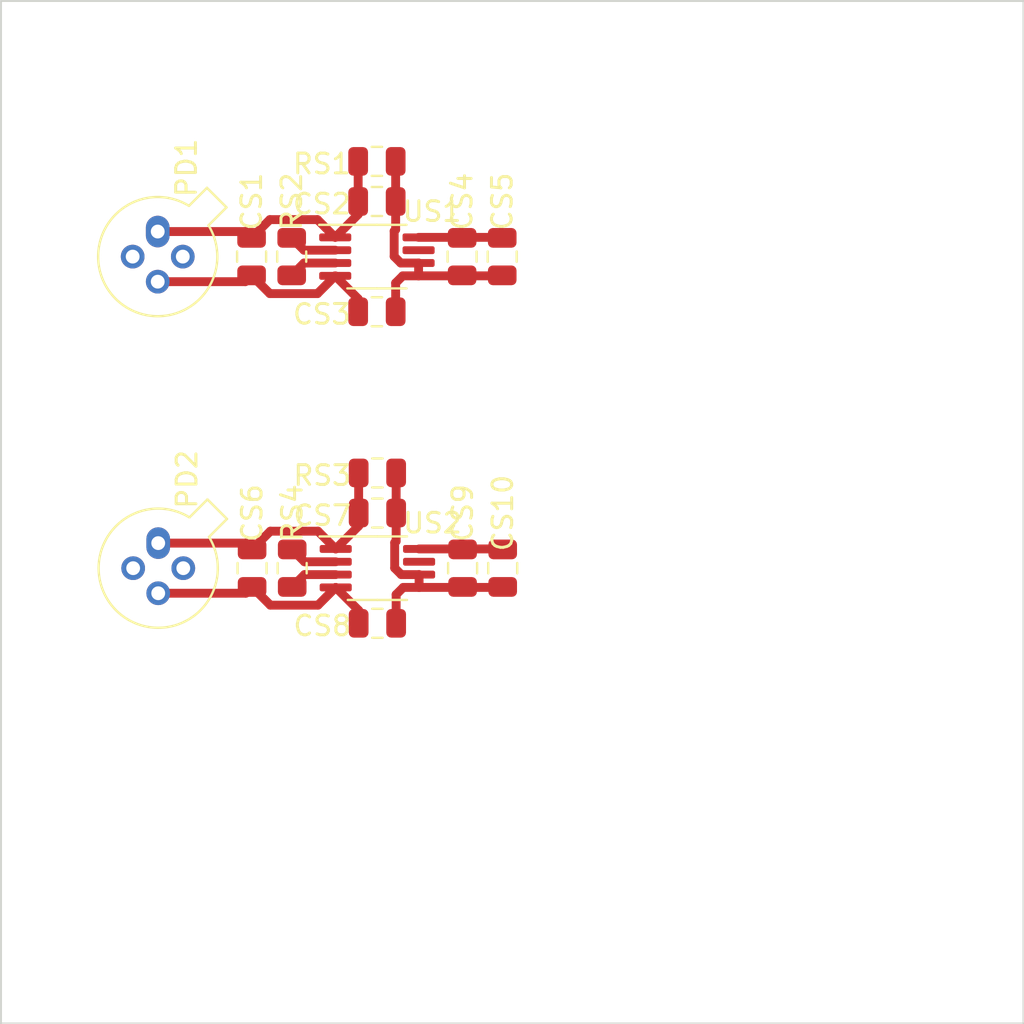
<source format=kicad_pcb>
(kicad_pcb (version 20211014) (generator pcbnew)
  (layers (0 "F.Cu" signal) (31 "B.Cu" signal) (34 "B.Paste" user) (35 "F.Paste" user) (36 "B.SilkS" user "B.Silkscreen") (37 "F.SilkS" user "F.Silkscreen") (38 "B.Mask" user) (39 "F.Mask" user) (44 "Edge.Cuts" user))
  (net 0 "")
  (net 1 "/1.0V")
  (net 2 "/SIG2")
  (net 3 "/GND1")
  (net 4 "/5V3")
  (net 5 "/S2")
  (net 6 "/SIG1")
  (net 7 "Net-(R2-Pad2)")
  (net 8 "Net-(R2-Pad1)")
  (net 9 "Net-(U2-Pad3)")
  (net 10 "Net-(U2-Pad2)")
  (footprint "Package_SO:MSOP-8_3x3mm_P0.65mm" (layer "F.Cu") (at 156.235 91.989)
    (fp_text reference "US2" (at 2.794 -2.286) (layer "F.SilkS"))
    (fp_text value "AD8221")
    (fp_line (start 0 -1.61) (end 1.5 -1.61) (layer "F.SilkS") (width 0.12))
    (fp_line (start 0 -1.61) (end -2.925 -1.61) (layer "F.SilkS") (width 0.12))
    (fp_line (start 0 1.61) (end -1.5 1.61) (layer "F.SilkS") (width 0.12))
    (fp_line (start 0 1.61) (end 1.5 1.61) (layer "F.SilkS") (width 0.12))
    (pad "1" smd roundrect (at -2.1125 -0.975) (size 1.625 0.4) (layers "F.Cu" "F.Paste" "F.Mask") (net 2 "/SIG2"))
    (pad "2" smd roundrect (at -2.1125 -0.325) (size 1.625 0.4) (layers "F.Cu" "F.Paste" "F.Mask") (net 10 "Net-(U2-Pad2)"))
    (pad "3" smd roundrect (at -2.1125 0.325) (size 1.625 0.4) (layers "F.Cu" "F.Paste" "F.Mask") (net 9 "Net-(U2-Pad3)"))
    (pad "4" smd roundrect (at -2.1125 0.975) (size 1.625 0.4) (layers "F.Cu" "F.Paste" "F.Mask") (net 1 "/1.0V"))
    (pad "5" smd roundrect (at 2.1125 0.975) (size 1.625 0.4) (layers "F.Cu" "F.Paste" "F.Mask") (net 3 "/GND1"))
    (pad "6" smd roundrect (at 2.1125 0.325) (size 1.625 0.4) (layers "F.Cu" "F.Paste" "F.Mask") (net 3 "/GND1"))
    (pad "7" smd roundrect (at 2.1125 -0.325) (size 1.625 0.4) (layers "F.Cu" "F.Paste" "F.Mask") (net 5 "/S2"))
    (pad "8" smd roundrect (at 2.1125 -0.975) (size 1.625 0.4) (layers "F.Cu" "F.Paste" "F.Mask") (net 4 "/5V3"))
  )
  (footprint "Capacitor_SMD:C_0805_2012Metric" (layer "F.Cu") (at 156.21 78.994)
    (fp_text reference "CS3" (at -2.794 0.127) (layer "F.SilkS"))
    (fp_text value "1nF")
    (fp_line (start -0.261252 -0.735) (end 0.261252 -0.735) (layer "F.SilkS") (width 0.12))
    (fp_line (start -0.261252 0.735) (end 0.261252 0.735) (layer "F.SilkS") (width 0.12))
    (pad "1" smd roundrect (at -0.95 0) (size 1 1.45) (layers "F.Cu" "F.Paste" "F.Mask") (net 1 "/1.0V"))
    (pad "2" smd roundrect (at 0.95 0) (size 1 1.45) (layers "F.Cu" "F.Paste" "F.Mask") (net 3 "/GND1"))
  )
  (footprint "Capacitor_SMD:C_0805_2012Metric" (layer "F.Cu") (at 156.235 94.783)
    (fp_text reference "CS8" (at -2.794 0.127) (layer "F.SilkS"))
    (fp_text value "1nF")
    (fp_line (start -0.261252 -0.735) (end 0.261252 -0.735) (layer "F.SilkS") (width 0.12))
    (fp_line (start -0.261252 0.735) (end 0.261252 0.735) (layer "F.SilkS") (width 0.12))
    (pad "1" smd roundrect (at -0.95 0) (size 1 1.45) (layers "F.Cu" "F.Paste" "F.Mask") (net 1 "/1.0V"))
    (pad "2" smd roundrect (at 0.95 0) (size 1 1.45) (layers "F.Cu" "F.Paste" "F.Mask") (net 3 "/GND1"))
  )
  (footprint "Capacitor_SMD:C_0805_2012Metric" (layer "F.Cu") (at 156.21 71.374)
    (fp_text reference "RS1" (at -2.794 0.127) (layer "F.SilkS"))
    (fp_text value "1K0")
    (fp_line (start -0.261252 -0.735) (end 0.261252 -0.735) (layer "F.SilkS") (width 0.12))
    (fp_line (start -0.261252 0.735) (end 0.261252 0.735) (layer "F.SilkS") (width 0.12))
    (pad "1" smd roundrect (at -0.95 0) (size 1 1.45) (layers "F.Cu" "F.Paste" "F.Mask") (net 6 "/SIG1"))
    (pad "2" smd roundrect (at 0.95 0) (size 1 1.45) (layers "F.Cu" "F.Paste" "F.Mask") (net 3 "/GND1"))
  )
  (footprint "Capacitor_SMD:C_0805_2012Metric" (layer "F.Cu") (at 156.235 89.195)
    (fp_text reference "CS7" (at -2.794 0.127) (layer "F.SilkS"))
    (fp_text value "1nF")
    (fp_line (start -0.261252 0.735) (end 0.261252 0.735) (layer "F.SilkS") (width 0.12))
    (fp_line (start -0.261252 -0.735) (end 0.261252 -0.735) (layer "F.SilkS") (width 0.12))
    (pad "1" smd roundrect (at -0.95 0) (size 1 1.45) (layers "F.Cu" "F.Paste" "F.Mask") (net 2 "/SIG2"))
    (pad "2" smd roundrect (at 0.95 0) (size 1 1.45) (layers "F.Cu" "F.Paste" "F.Mask") (net 3 "/GND1"))
  )
  (footprint "Capacitor_SMD:C_0805_2012Metric" (layer "F.Cu") (at 149.885 91.989 90)
    (fp_text reference "CS6" (at 2.794 0 90) (layer "F.SilkS"))
    (fp_text value "10nF")
    (fp_line (start -0.261252 0.735) (end 0.261252 0.735) (layer "F.SilkS") (width 0.12))
    (fp_line (start -0.261252 -0.735) (end 0.261252 -0.735) (layer "F.SilkS") (width 0.12))
    (pad "1" smd roundrect (at -0.95 0 90) (size 1 1.45) (layers "F.Cu" "F.Paste" "F.Mask") (net 1 "/1.0V"))
    (pad "2" smd roundrect (at 0.95 0 90) (size 1 1.45) (layers "F.Cu" "F.Paste" "F.Mask") (net 2 "/SIG2"))
  )
  (footprint "Capacitor_SMD:C_0805_2012Metric" (layer "F.Cu") (at 160.528 76.2 -90)
    (fp_text reference "CS4" (at -2.794 0 90) (layer "F.SilkS"))
    (fp_text value "10uF")
    (fp_line (start -0.261252 -0.735) (end 0.261252 -0.735) (layer "F.SilkS") (width 0.12))
    (fp_line (start -0.261252 0.735) (end 0.261252 0.735) (layer "F.SilkS") (width 0.12))
    (pad "1" smd roundrect (at -0.95 0 270) (size 1 1.45) (layers "F.Cu" "F.Paste" "F.Mask") (net 4 "/5V3"))
    (pad "2" smd roundrect (at 0.95 0 270) (size 1 1.45) (layers "F.Cu" "F.Paste" "F.Mask") (net 3 "/GND1"))
  )
  (footprint "Capacitor_SMD:C_0805_2012Metric" (layer "F.Cu") (at 151.892 76.2 90)
    (fp_text reference "RS2" (at 2.794 0 90) (layer "F.SilkS"))
    (fp_text value "12K4")
    (fp_line (start -0.261252 0.735) (end 0.261252 0.735) (layer "F.SilkS") (width 0.12))
    (fp_line (start -0.261252 -0.735) (end 0.261252 -0.735) (layer "F.SilkS") (width 0.12))
    (pad "1" smd roundrect (at -0.95 0 90) (size 1 1.45) (layers "F.Cu" "F.Paste" "F.Mask") (net 8 "Net-(R2-Pad1)"))
    (pad "2" smd roundrect (at 0.95 0 90) (size 1 1.45) (layers "F.Cu" "F.Paste" "F.Mask") (net 7 "Net-(R2-Pad2)"))
  )
  (footprint "Capacitor_SMD:C_0805_2012Metric" (layer "F.Cu") (at 156.235 87.163)
    (fp_text reference "RS3" (at -2.794 0.127) (layer "F.SilkS"))
    (fp_text value "1K0")
    (fp_line (start -0.261252 -0.735) (end 0.261252 -0.735) (layer "F.SilkS") (width 0.12))
    (fp_line (start -0.261252 0.735) (end 0.261252 0.735) (layer "F.SilkS") (width 0.12))
    (pad "1" smd roundrect (at -0.95 0) (size 1 1.45) (layers "F.Cu" "F.Paste" "F.Mask") (net 2 "/SIG2"))
    (pad "2" smd roundrect (at 0.95 0) (size 1 1.45) (layers "F.Cu" "F.Paste" "F.Mask") (net 3 "/GND1"))
  )
  (footprint "Capacitor_SMD:C_0805_2012Metric" (layer "F.Cu") (at 162.56 76.2 90)
    (fp_text reference "CS5" (at 2.794 0 90) (layer "F.SilkS"))
    (fp_text value "0.1uF")
    (fp_line (start -0.261252 0.735) (end 0.261252 0.735) (layer "F.SilkS") (width 0.12))
    (fp_line (start -0.261252 -0.735) (end 0.261252 -0.735) (layer "F.SilkS") (width 0.12))
    (pad "1" smd roundrect (at -0.95 0 90) (size 1 1.45) (layers "F.Cu" "F.Paste" "F.Mask") (net 3 "/GND1"))
    (pad "2" smd roundrect (at 0.95 0 90) (size 1 1.45) (layers "F.Cu" "F.Paste" "F.Mask") (net 4 "/5V3"))
  )
  (footprint "Capacitor_SMD:C_0805_2012Metric" (layer "F.Cu") (at 156.21 73.406)
    (fp_text reference "CS2" (at -2.794 0.127) (layer "F.SilkS"))
    (fp_text value "1nF")
    (fp_line (start -0.261252 0.735) (end 0.261252 0.735) (layer "F.SilkS") (width 0.12))
    (fp_line (start -0.261252 -0.735) (end 0.261252 -0.735) (layer "F.SilkS") (width 0.12))
    (pad "1" smd roundrect (at -0.95 0) (size 1 1.45) (layers "F.Cu" "F.Paste" "F.Mask") (net 6 "/SIG1"))
    (pad "2" smd roundrect (at 0.95 0) (size 1 1.45) (layers "F.Cu" "F.Paste" "F.Mask") (net 3 "/GND1"))
  )
  (footprint "Package_TO_SOT_THT:TO-18-4_Lens" (layer "F.Cu") (at 145.128276 90.719 -90)
    (fp_text reference "PD2" (at -3.232724 -1.454724 90) (layer "F.SilkS"))
    (fp_text value "S1336-18BK")
    (fp_line (start -0.312331 -2.572281) (end -1.224499 -3.484448) (layer "F.SilkS") (width 0.12))
    (fp_line (start -1.224499 -3.484448) (end -2.214448 -2.494499) (layer "F.SilkS") (width 0.12))
    (fp_line (start -2.214448 -2.494499) (end -1.302281 -1.582331) (layer "F.SilkS") (width 0.12))
    (fp_arc (start -0.312331 -2.572281) (mid 3.405374 2.135551) (end -1.30215 -1.582544) (layer "F.SilkS") (width 0.12))
    (pad "1" thru_hole oval (at 0 0 270) (size 1.6 1.2) (drill 0.7) (layers *.Cu *.Mask) (net 2 "/SIG2"))
    (pad "2" thru_hole oval (at 1.27 1.27 270) (size 1.2 1.2) (drill 0.7) (layers *.Cu *.Mask))
    (pad "3" thru_hole oval (at 2.54 0 270) (size 1.2 1.2) (drill 0.7) (layers *.Cu *.Mask) (net 1 "/1.0V"))
    (pad "4" thru_hole oval (at 1.27 -1.27 270) (size 1.2 1.2) (drill 0.7) (layers *.Cu *.Mask))
  )
  (footprint "Capacitor_SMD:C_0805_2012Metric" (layer "F.Cu") (at 162.585 91.989 90)
    (fp_text reference "CS10" (at 2.794 0 90) (layer "F.SilkS"))
    (fp_text value "0.1uF")
    (fp_line (start -0.261252 0.735) (end 0.261252 0.735) (layer "F.SilkS") (width 0.12))
    (fp_line (start -0.261252 -0.735) (end 0.261252 -0.735) (layer "F.SilkS") (width 0.12))
    (pad "1" smd roundrect (at -0.95 0 90) (size 1 1.45) (layers "F.Cu" "F.Paste" "F.Mask") (net 3 "/GND1"))
    (pad "2" smd roundrect (at 0.95 0 90) (size 1 1.45) (layers "F.Cu" "F.Paste" "F.Mask") (net 4 "/5V3"))
  )
  (footprint "Capacitor_SMD:C_0805_2012Metric" (layer "F.Cu") (at 151.917 91.989 90)
    (fp_text reference "RS4" (at 2.794 0 90) (layer "F.SilkS"))
    (fp_text value "12K4")
    (fp_line (start -0.261252 0.735) (end 0.261252 0.735) (layer "F.SilkS") (width 0.12))
    (fp_line (start -0.261252 -0.735) (end 0.261252 -0.735) (layer "F.SilkS") (width 0.12))
    (pad "1" smd roundrect (at -0.95 0 90) (size 1 1.45) (layers "F.Cu" "F.Paste" "F.Mask") (net 9 "Net-(U2-Pad3)"))
    (pad "2" smd roundrect (at 0.95 0 90) (size 1 1.45) (layers "F.Cu" "F.Paste" "F.Mask") (net 10 "Net-(U2-Pad2)"))
  )
  (footprint "Capacitor_SMD:C_0805_2012Metric" (layer "F.Cu") (at 160.553 91.989 -90)
    (fp_text reference "CS9" (at -2.794 0 90) (layer "F.SilkS"))
    (fp_text value "10uF")
    (fp_line (start -0.261252 -0.735) (end 0.261252 -0.735) (layer "F.SilkS") (width 0.12))
    (fp_line (start -0.261252 0.735) (end 0.261252 0.735) (layer "F.SilkS") (width 0.12))
    (pad "1" smd roundrect (at -0.95 0 270) (size 1 1.45) (layers "F.Cu" "F.Paste" "F.Mask") (net 4 "/5V3"))
    (pad "2" smd roundrect (at 0.95 0 270) (size 1 1.45) (layers "F.Cu" "F.Paste" "F.Mask") (net 3 "/GND1"))
  )
  (footprint "Package_SO:MSOP-8_3x3mm_P0.65mm" (layer "F.Cu") (at 156.21 76.2)
    (fp_text reference "US1" (at 2.794 -2.286) (layer "F.SilkS"))
    (fp_text value "AD8221")
    (fp_line (start 0 -1.61) (end 1.5 -1.61) (layer "F.SilkS") (width 0.12))
    (fp_line (start 0 -1.61) (end -2.925 -1.61) (layer "F.SilkS") (width 0.12))
    (fp_line (start 0 1.61) (end -1.5 1.61) (layer "F.SilkS") (width 0.12))
    (fp_line (start 0 1.61) (end 1.5 1.61) (layer "F.SilkS") (width 0.12))
    (pad "1" smd roundrect (at -2.1125 -0.975) (size 1.625 0.4) (layers "F.Cu" "F.Paste" "F.Mask") (net 6 "/SIG1"))
    (pad "2" smd roundrect (at -2.1125 -0.325) (size 1.625 0.4) (layers "F.Cu" "F.Paste" "F.Mask") (net 7 "Net-(R2-Pad2)"))
    (pad "3" smd roundrect (at -2.1125 0.325) (size 1.625 0.4) (layers "F.Cu" "F.Paste" "F.Mask") (net 8 "Net-(R2-Pad1)"))
    (pad "4" smd roundrect (at -2.1125 0.975) (size 1.625 0.4) (layers "F.Cu" "F.Paste" "F.Mask") (net 1 "/1.0V"))
    (pad "5" smd roundrect (at 2.1125 0.975) (size 1.625 0.4) (layers "F.Cu" "F.Paste" "F.Mask") (net 3 "/GND1"))
    (pad "6" smd roundrect (at 2.1125 0.325) (size 1.625 0.4) (layers "F.Cu" "F.Paste" "F.Mask") (net 3 "/GND1"))
    (pad "7" smd roundrect (at 2.1125 -0.325) (size 1.625 0.4) (layers "F.Cu" "F.Paste" "F.Mask") (net 5 "/S2"))
    (pad "8" smd roundrect (at 2.1125 -0.975) (size 1.625 0.4) (layers "F.Cu" "F.Paste" "F.Mask") (net 4 "/5V3"))
  )
  (footprint "Capacitor_SMD:C_0805_2012Metric" (layer "F.Cu") (at 149.86 76.2 90)
    (fp_text reference "CS1" (at 2.794 0 90) (layer "F.SilkS"))
    (fp_text value "10nF")
    (fp_line (start -0.261252 0.735) (end 0.261252 0.735) (layer "F.SilkS") (width 0.12))
    (fp_line (start -0.261252 -0.735) (end 0.261252 -0.735) (layer "F.SilkS") (width 0.12))
    (pad "1" smd roundrect (at -0.95 0 90) (size 1 1.45) (layers "F.Cu" "F.Paste" "F.Mask") (net 1 "/1.0V"))
    (pad "2" smd roundrect (at 0.95 0 90) (size 1 1.45) (layers "F.Cu" "F.Paste" "F.Mask") (net 6 "/SIG1"))
  )
  (footprint "Package_TO_SOT_THT:TO-18-4_Lens" (layer "F.Cu") (at 145.103276 74.93 -90)
    (fp_text reference "PD1" (at -3.232724 -1.454724 90) (layer "F.SilkS"))
    (fp_text value "S1336-18BK")
    (fp_line (start -0.312331 -2.572281) (end -1.224499 -3.484448) (layer "F.SilkS") (width 0.12))
    (fp_line (start -1.224499 -3.484448) (end -2.214448 -2.494499) (layer "F.SilkS") (width 0.12))
    (fp_line (start -2.214448 -2.494499) (end -1.302281 -1.582331) (layer "F.SilkS") (width 0.12))
    (fp_arc (start -0.312331 -2.572281) (mid 3.405374 2.135551) (end -1.30215 -1.582544) (layer "F.SilkS") (width 0.12))
    (pad "1" thru_hole oval (at 0 0 270) (size 1.6 1.2) (drill 0.7) (layers *.Cu *.Mask) (net 6 "/SIG1"))
    (pad "2" thru_hole oval (at 1.27 1.27 270) (size 1.2 1.2) (drill 0.7) (layers *.Cu *.Mask))
    (pad "3" thru_hole oval (at 2.54 0 270) (size 1.2 1.2) (drill 0.7) (layers *.Cu *.Mask) (net 1 "/1.0V"))
    (pad "4" thru_hole oval (at 1.27 -1.27 270) (size 1.2 1.2) (drill 0.7) (layers *.Cu *.Mask))
  )
  (gr_rect (start 137.16 63.246) (end 188.976 115.062) (layer "Edge.Cuts") (width 0.1) (fill none))
  (segment (start 155.26 78.994) (end 155.26 78.3375) (width 0.45) (layer "F.Cu") (net 1))
  (segment (start 149.885 92.939) (end 149.565 93.259) (width 0.45) (layer "F.Cu") (net 1))
  (segment (start 155.285 94.783) (end 155.285 94.1265) (width 0.45) (layer "F.Cu") (net 1))
  (segment (start 149.885 92.939) (end 150.80952 93.86352) (width 0.45) (layer "F.Cu") (net 1))
  (segment (start 149.54 77.47) (end 145.103276 77.47) (width 0.45) (layer "F.Cu") (net 1))
  (segment (start 149.86 77.15) (end 150.78452 78.07452) (width 0.45) (layer "F.Cu") (net 1))
  (segment (start 149.565 93.259) (end 145.128276 93.259) (width 0.45) (layer "F.Cu") (net 1))
  (segment (start 155.26 78.3375) (end 154.0975 77.175) (width 0.45) (layer "F.Cu") (net 1))
  (segment (start 153.22298 93.86352) (end 154.1225 92.964) (width 0.45) (layer "F.Cu") (net 1))
  (segment (start 149.86 77.15) (end 149.54 77.47) (width 0.45) (layer "F.Cu") (net 1))
  (segment (start 155.285 94.1265) (end 154.1225 92.964) (width 0.45) (layer "F.Cu") (net 1))
  (segment (start 150.78452 78.07452) (end 153.19798 78.07452) (width 0.45) (layer "F.Cu") (net 1))
  (segment (start 150.80952 93.86352) (end 153.22298 93.86352) (width 0.45) (layer "F.Cu") (net 1))
  (segment (start 153.19798 78.07452) (end 154.0975 77.175) (width 0.45) (layer "F.Cu") (net 1))
  (segment (start 149.885 91.039) (end 150.80952 90.11448) (width 0.45) (layer "F.Cu") (net 2))
  (segment (start 155.285 89.195) (end 155.285 89.8515) (width 0.45) (layer "F.Cu") (net 2))
  (segment (start 149.885 91.039) (end 149.565 90.719) (width 0.45) (layer "F.Cu") (net 2))
  (segment (start 153.22298 90.11448) (end 154.1225 91.014) (width 0.45) (layer "F.Cu") (net 2))
  (segment (start 155.285 87.163) (end 155.285 89.195) (width 0.45) (layer "F.Cu") (net 2))
  (segment (start 150.80952 90.11448) (end 153.22298 90.11448) (width 0.45) (layer "F.Cu") (net 2))
  (segment (start 149.565 90.719) (end 145.128276 90.719) (width 0.45) (layer "F.Cu") (net 2))
  (segment (start 155.285 89.8515) (end 154.1225 91.014) (width 0.45) (layer "F.Cu") (net 2))
  (segment (start 157.16 78.994) (end 157.16 77.536) (width 0.45) (layer "F.Cu") (net 3))
  (segment (start 158.3475 92.314) (end 158.3475 92.964) (width 0.45) (layer "F.Cu") (net 3))
  (segment (start 157.443217 92.314) (end 158.3475 92.314) (width 0.45) (layer "F.Cu") (net 3))
  (segment (start 157.08548 76.192263) (end 157.418217 76.525) (width 0.45) (layer "F.Cu") (net 3))
  (segment (start 157.11048 90.696737) (end 157.11048 91.981263) (width 0.45) (layer "F.Cu") (net 3))
  (segment (start 158.3475 92.964) (end 162.56 92.964) (width 0.45) (layer "F.Cu") (net 3))
  (segment (start 157.11048 91.981263) (end 157.443217 92.314) (width 0.45) (layer "F.Cu") (net 3))
  (segment (start 157.16 77.536) (end 157.521 77.175) (width 0.45) (layer "F.Cu") (net 3))
  (segment (start 157.521 77.175) (end 158.3225 77.175) (width 0.45) (layer "F.Cu") (net 3))
  (segment (start 157.185 90.622217) (end 157.11048 90.696737) (width 0.45) (layer "F.Cu") (net 3))
  (segment (start 158.3225 76.525) (end 158.3225 77.175) (width 0.45) (layer "F.Cu") (net 3))
  (segment (start 162.535 77.175) (end 162.56 77.15) (width 0.45) (layer "F.Cu") (net 3))
  (segment (start 157.16 71.374) (end 157.16 73.406) (width 0.45) (layer "F.Cu") (net 3))
  (segment (start 158.3225 77.175) (end 162.535 77.175) (width 0.45) (layer "F.Cu") (net 3))
  (segment (start 157.418217 76.525) (end 158.3225 76.525) (width 0.45) (layer "F.Cu") (net 3))
  (segment (start 157.08548 74.907737) (end 157.08548 76.192263) (width 0.45) (layer "F.Cu") (net 3))
  (segment (start 157.16 73.406) (end 157.16 74.833217) (width 0.45) (layer "F.Cu") (net 3))
  (segment (start 162.56 92.964) (end 162.585 92.939) (width 0.45) (layer "F.Cu") (net 3))
  (segment (start 157.546 92.964) (end 158.3475 92.964) (width 0.45) (layer "F.Cu") (net 3))
  (segment (start 157.185 89.195) (end 157.185 90.622217) (width 0.45) (layer "F.Cu") (net 3))
  (segment (start 157.185 87.163) (end 157.185 89.195) (width 0.45) (layer "F.Cu") (net 3))
  (segment (start 157.185 94.783) (end 157.185 93.325) (width 0.45) (layer "F.Cu") (net 3))
  (segment (start 157.185 93.325) (end 157.546 92.964) (width 0.45) (layer "F.Cu") (net 3))
  (segment (start 157.16 74.833217) (end 157.08548 74.907737) (width 0.45) (layer "F.Cu") (net 3))
  (segment (start 162.56 91.014) (end 162.585 91.039) (width 0.45) (layer "F.Cu") (net 4))
  (segment (start 158.3475 91.014) (end 162.56 91.014) (width 0.45) (layer "F.Cu") (net 4))
  (segment (start 162.535 75.225) (end 162.56 75.25) (width 0.45) (layer "F.Cu") (net 4))
  (segment (start 158.3225 75.225) (end 162.535 75.225) (width 0.45) (layer "F.Cu") (net 4))
  (segment (start 149.54 74.93) (end 145.103276 74.93) (width 0.45) (layer "F.Cu") (net 6))
  (segment (start 149.86 75.25) (end 149.54 74.93) (width 0.45) (layer "F.Cu") (net 6))
  (segment (start 150.78452 74.32548) (end 153.19798 74.32548) (width 0.45) (layer "F.Cu") (net 6))
  (segment (start 155.26 71.374) (end 155.26 73.406) (width 0.45) (layer "F.Cu") (net 6))
  (segment (start 149.86 75.25) (end 150.78452 74.32548) (width 0.45) (layer "F.Cu") (net 6))
  (segment (start 155.26 74.0625) (end 154.0975 75.225) (width 0.45) (layer "F.Cu") (net 6))
  (segment (start 153.19798 74.32548) (end 154.0975 75.225) (width 0.45) (layer "F.Cu") (net 6))
  (segment (start 155.26 73.406) (end 155.26 74.0625) (width 0.45) (layer "F.Cu") (net 6))
  (segment (start 152.517 75.875) (end 154.0975 75.875) (width 0.45) (layer "F.Cu") (net 7))
  (segment (start 151.892 75.25) (end 152.517 75.875) (width 0.45) (layer "F.Cu") (net 7))
  (segment (start 152.517 76.525) (end 154.0975 76.525) (width 0.45) (layer "F.Cu") (net 8))
  (segment (start 151.892 77.15) (end 152.517 76.525) (width 0.45) (layer "F.Cu") (net 8))
  (segment (start 151.917 92.939) (end 152.542 92.314) (width 0.45) (layer "F.Cu") (net 9))
  (segment (start 152.542 92.314) (end 154.1225 92.314) (width 0.45) (layer "F.Cu") (net 9))
  (segment (start 151.917 91.039) (end 152.542 91.664) (width 0.45) (layer "F.Cu") (net 10))
  (segment (start 152.542 91.664) (end 154.1225 91.664) (width 0.45) (layer "F.Cu") (net 10))
)
</source>
